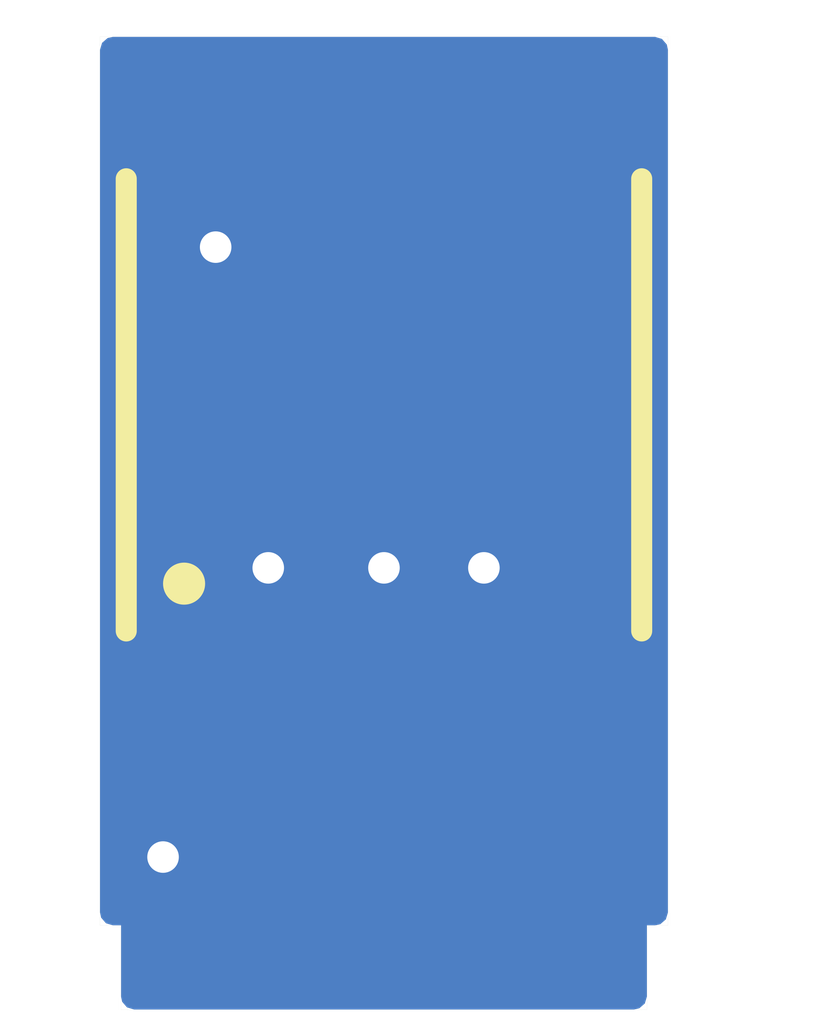
<source format=kicad_pcb>
(kicad_pcb (version 20221018) (generator pcbnew)
  (layers (0 "F.Cu" signal) (31 "B.Cu" signal) (34 "B.Paste" user) (35 "F.Paste" user) (36 "B.SilkS" user "B.Silkscreen") (37 "F.SilkS" user "F.Silkscreen") (38 "B.Mask" user) (39 "F.Mask" user) (44 "Edge.Cuts" user))
  (net 0 "")
  (net 1 "+3.3V")
  (net 2 "GND")
  (net 4 "B")
  (net 5 "A")
  (footprint "Package_SO_HS:TSSOP-14_4.4x5mm_P0.65mm" (layer "F.Cu") (at 100 94.25 90)
    (fp_text reference "U1" hide)
    (fp_text value "AS5047D" hide)
    (fp_line (start -2.15 -2.45) (end 2.15 -2.45) (stroke (width 0.2)) (layer "F.SilkS"))
    (fp_line (start -2.15 2.45) (end 2.15 2.45) (stroke (width 0.2)) (layer "F.SilkS"))
    (fp_circle (center -1.7 -1.9) (end -1.7 -1.8) (stroke (width 0.2)) (fill none) (layer "F.SilkS"))
    (pad "1" smd roundrect (at -2.8625 -1.95 90) (size 1.27 0.4) (layers "F.Cu" "F.Paste" "F.Mask") (net 1 "+3.3V"))
    (pad "2" smd roundrect (at -2.8625 -1.3 90) (size 1.27 0.4) (layers "F.Cu" "F.Paste" "F.Mask") (net 2 "GND"))
    (pad "3" smd roundrect (at -2.8625 -0.65 90) (size 1.27 0.4) (layers "F.Cu" "F.Paste" "F.Mask"))
    (pad "4" smd roundrect (at -2.8625 0 90) (size 1.27 0.4) (layers "F.Cu" "F.Paste" "F.Mask") (net 2 "GND"))
    (pad "5" smd roundrect (at -2.8625 0.65 90) (size 1.27 0.4) (layers "F.Cu" "F.Paste" "F.Mask") (net 2 "GND"))
    (pad "6" smd roundrect (at -2.8625 1.3 90) (size 1.27 0.4) (layers "F.Cu" "F.Paste" "F.Mask") (net 4 "B"))
    (pad "7" smd roundrect (at -2.8625 1.95 90) (size 1.27 0.4) (layers "F.Cu" "F.Paste" "F.Mask") (net 5 "A"))
    (pad "8" smd roundrect (at 2.8625 1.95 90) (size 1.27 0.4) (layers "F.Cu" "F.Paste" "F.Mask"))
    (pad "9" smd roundrect (at 2.8625 1.3 90) (size 1.27 0.4) (layers "F.Cu" "F.Paste" "F.Mask"))
    (pad "10" smd roundrect (at 2.8625 0.65 90) (size 1.27 0.4) (layers "F.Cu" "F.Paste" "F.Mask"))
    (pad "11" smd roundrect (at 2.8625 0 90) (size 1.27 0.4) (layers "F.Cu" "F.Paste" "F.Mask") (net 1 "+3.3V"))
    (pad "12" smd roundrect (at 2.8625 -0.65 90) (size 1.27 0.4) (layers "F.Cu" "F.Paste" "F.Mask") (net 1 "+3.3V"))
    (pad "13" smd roundrect (at 2.8625 -1.3 90) (size 1.27 0.4) (layers "F.Cu" "F.Paste" "F.Mask") (net 2 "GND"))
    (pad "14" smd roundrect (at 2.8625 -1.95 90) (size 1.27 0.4) (layers "F.Cu" "F.Paste" "F.Mask"))
  )
  (footprint "uglyEncoder_HS:uglyEncoder" (layer "F.Cu") (at 100 99.55)
    (fp_text reference "J1" hide)
    (fp_text value "Conn_01x04" hide)
    (pad "1" smd roundrect (at -2.1 -0.7 90) (size 1.4 0.78) (layers "F.Cu" "F.Paste" "F.Mask") (roundrect_rratio 0.1) (net 2 "GND"))
    (pad "2" smd roundrect (at -0.9 -0.7 90) (size 1.4 0.78) (layers "F.Cu" "F.Paste" "F.Mask") (roundrect_rratio 0.1) (net 1 "+3.3V"))
    (pad "3" smd roundrect (at 0.5 -0.7 90) (size 1.4 0.98) (layers "F.Cu" "F.Paste" "F.Mask") (roundrect_rratio 0.1) (net 4 "B"))
    (pad "4" smd roundrect (at 2 -0.7 90) (size 1.4 0.98) (layers "F.Cu" "F.Paste" "F.Mask") (roundrect_rratio 0.1) (net 5 "A"))
  )
  (gr_line (start 102.5 100) (end 102.5 99.2) (stroke (width 0.001)) (layer "Edge.Cuts"))
  (gr_line (start 102.7 99.2) (end 102.7 90.75) (stroke (width 0.001)) (layer "Edge.Cuts"))
  (gr_line (start 97.5 99.2) (end 97.3 99.2) (stroke (width 0.001)) (layer "Edge.Cuts"))
  (gr_line (start 97.3 90.75) (end 102.7 90.75) (stroke (width 0.001)) (layer "Edge.Cuts"))
  (gr_line (start 97.5 100) (end 102.5 100) (stroke (width 0.001)) (layer "Edge.Cuts"))
  (gr_line (start 97.5 100) (end 97.5 99.2) (stroke (width 0.001)) (layer "Edge.Cuts"))
  (gr_line (start 97.3 99.2) (end 97.3 90.75) (stroke (width 0.001)) (layer "Edge.Cuts"))
  (gr_line (start 102.5 99.2) (end 102.7 99.2) (stroke (width 0.001)) (layer "Edge.Cuts"))
  (segment (start 99.1 98.55) (end 99.040052 98.55) (width 0.2) (layer "F.Cu") (net 1))
  (segment (start 99.35 92.55) (end 99.35 91.3875) (width 0.2) (layer "F.Cu") (net 1))
  (segment (start 98.05 97.559948) (end 98.05 97.1125) (width 0.2) (layer "F.Cu") (net 1))
  (segment (start 99.35 93.55) (end 99.35 92.55) (width 0.2) (layer "F.Cu") (net 1))
  (segment (start 98.05 94.85) (end 99.35 93.55) (width 0.2) (layer "F.Cu") (net 1))
  (segment (start 100 91.3875) (end 100 91.9) (width 0.2) (layer "F.Cu") (net 1))
  (segment (start 98.05 97.1125) (end 98.05 94.85) (width 0.2) (layer "F.Cu") (net 1))
  (segment (start 99.040052 98.55) (end 98.05 97.559948) (width 0.2) (layer "F.Cu") (net 1))
  (segment (start 100 91.9) (end 99.35 92.55) (width 0.2) (layer "F.Cu") (net 1))
  (segment (start 98.7 92.45) (end 98.4 92.75) (width 0.2) (layer "F.Cu") (net 2))
  (segment (start 98.7 97.1125) (end 98.7 96) (width 0.2) (layer "F.Cu") (net 2))
  (segment (start 100 97.1125) (end 100 95.8) (width 0.2) (layer "F.Cu") (net 2))
  (segment (start 100.65 96.1) (end 100.95 95.8) (width 0.2) (layer "F.Cu") (net 2))
  (segment (start 98.7 96) (end 98.9 95.8) (width 0.2) (layer "F.Cu") (net 2))
  (segment (start 98.7 91.3875) (end 98.7 92.45) (width 0.2) (layer "F.Cu") (net 2))
  (segment (start 100.65 97.1125) (end 100.65 96.1) (width 0.2) (layer "F.Cu") (net 2))
  (via (at 98.4 92.75) (size 0.6) (drill 0.3) (layers "F.Cu" "B.Cu") (net 2))
  (via (at 100.95 95.8) (size 0.6) (drill 0.3) (layers "F.Cu" "B.Cu") (net 2))
  (via (at 100 95.8) (size 0.6) (drill 0.3) (layers "F.Cu" "B.Cu") (net 2))
  (via (at 98.9 95.8) (size 0.6) (drill 0.3) (layers "F.Cu" "B.Cu") (net 2))
  (via (at 97.9 98.55) (size 0.6) (drill 0.3) (layers "F.Cu" "B.Cu") (net 2))
  (segment (start 101.3 98.05) (end 101.3 97.1125) (width 0.2) (layer "F.Cu") (net 4))
  (segment (start 100.5 98.85) (end 101.3 98.05) (width 0.2) (layer "F.Cu") (net 4))
  (segment (start 102 97.1625) (end 101.95 97.1125) (width 0.2) (layer "F.Cu") (net 5))
  (segment (start 102 98.85) (end 102 97.1625) (width 0.2) (layer "F.Cu") (net 5))
  (zone (net 2) (net_name "GND") (layer "B.Cu") (connect_pads (clearance 0.3)) (min_thickness 0.25) (fill yes (thermal_gap 0.5) (thermal_bridge_width 0.5))
    (polygon (pts (xy 103.05 100.05) (xy 96.8 100.15) (xy 96.35 90.45) (xy 104.35 90.4)))
  )
)
</source>
